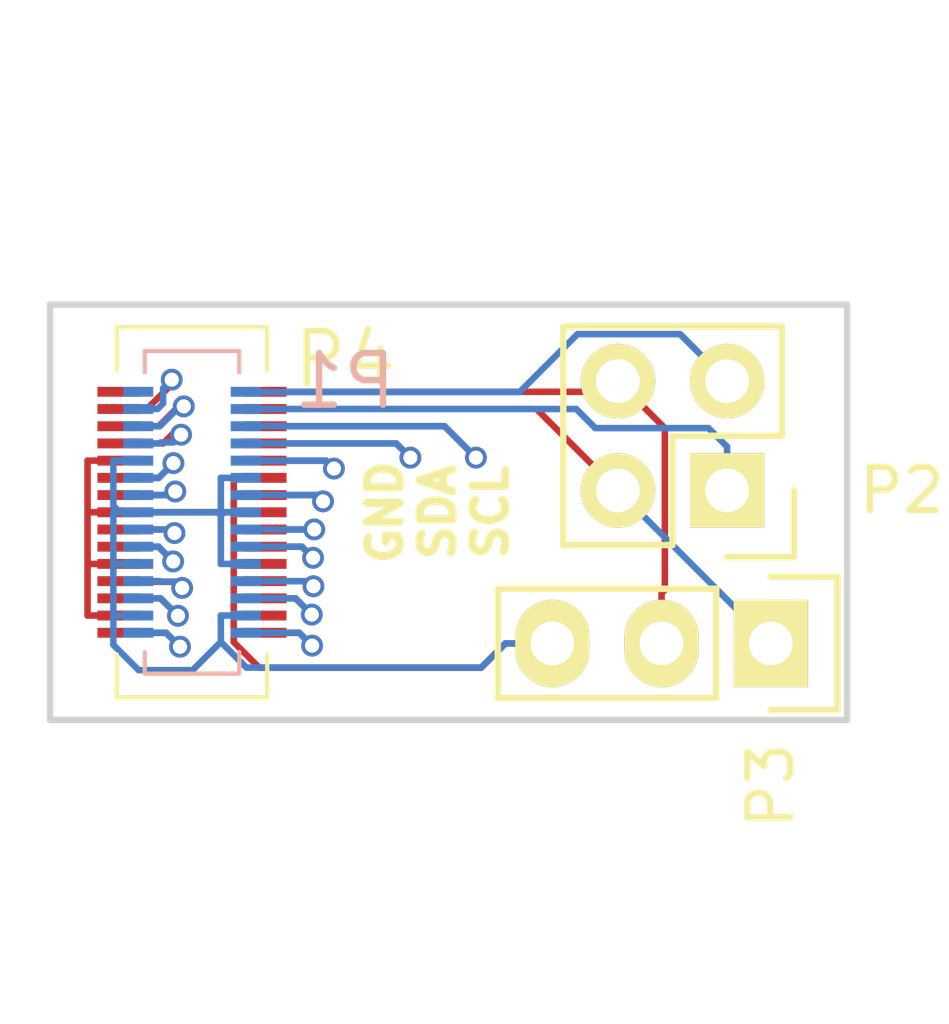
<source format=kicad_pcb>
(kicad_pcb (version 20171130) (host pcbnew "(5.1.12)-1")

  (general
    (thickness 1.6)
    (drawings 5)
    (tracks 185)
    (zones 0)
    (modules 4)
    (nets 25)
  )

  (page A4)
  (layers
    (0 F.Cu signal)
    (31 B.Cu signal)
    (32 B.Adhes user)
    (33 F.Adhes user)
    (34 B.Paste user)
    (35 F.Paste user)
    (36 B.SilkS user)
    (37 F.SilkS user)
    (38 B.Mask user)
    (39 F.Mask user)
    (40 Dwgs.User user)
    (41 Cmts.User user)
    (42 Eco1.User user)
    (43 Eco2.User user)
    (44 Edge.Cuts user)
    (45 Margin user)
    (46 B.CrtYd user)
    (47 F.CrtYd user)
    (48 B.Fab user)
    (49 F.Fab user)
  )

  (setup
    (last_trace_width 0.1524)
    (trace_clearance 0.1524)
    (zone_clearance 0.254)
    (zone_45_only no)
    (trace_min 0.1524)
    (via_size 0.508)
    (via_drill 0.3302)
    (via_min_size 0.508)
    (via_min_drill 0.3302)
    (uvia_size 0.4826)
    (uvia_drill 0.2794)
    (uvias_allowed no)
    (uvia_min_size 0)
    (uvia_min_drill 0)
    (edge_width 0.15)
    (segment_width 0.2)
    (pcb_text_width 0.3)
    (pcb_text_size 1.5 1.5)
    (mod_edge_width 0.15)
    (mod_text_size 1 1)
    (mod_text_width 0.15)
    (pad_size 1.524 1.524)
    (pad_drill 0.762)
    (pad_to_mask_clearance 0.1016)
    (pad_to_paste_clearance -0.0508)
    (aux_axis_origin 0 0)
    (visible_elements 7FFFFFFF)
    (pcbplotparams
      (layerselection 0x310fc_80000001)
      (usegerberextensions true)
      (usegerberattributes true)
      (usegerberadvancedattributes true)
      (creategerberjobfile true)
      (excludeedgelayer true)
      (linewidth 0.100000)
      (plotframeref false)
      (viasonmask false)
      (mode 1)
      (useauxorigin false)
      (hpglpennumber 1)
      (hpglpenspeed 20)
      (hpglpendiameter 15.000000)
      (psnegative false)
      (psa4output false)
      (plotreference false)
      (plotvalue false)
      (plotinvisibletext false)
      (padsonsilk false)
      (subtractmaskfromsilk false)
      (outputformat 1)
      (mirror false)
      (drillshape 0)
      (scaleselection 1)
      (outputdirectory "gerbers/"))
  )

  (net 0 "")
  (net 1 /OIS_RESET_N)
  (net 2 /+1V8_13M_VCM)
  (net 3 /+1V0_VREG_L3)
  (net 4 /+2V8_OIS_DIG)
  (net 5 /+1V8_13M_VDDIO)
  (net 6 GND)
  (net 7 /CAM_RESET_N)
  (net 8 /DATA1_P)
  (net 9 /DATA1_N)
  (net 10 /CAM_MCLK)
  (net 11 /DATA0_P)
  (net 12 /DATA3_P)
  (net 13 /DATA0_N)
  (net 14 /DATA3_N)
  (net 15 /CLK_P)
  (net 16 /DATA2_P)
  (net 17 /CLK_N)
  (net 18 /DATA2_N)
  (net 19 /+2V8_OIS_ANA)
  (net 20 /+2V7_13M_ANA)
  (net 21 /PHONE_SDA)
  (net 22 /PHONE_SCL)
  (net 23 /CAM_SCL)
  (net 24 /CAM_SDA)

  (net_class Default "This is the default net class."
    (clearance 0.1524)
    (trace_width 0.1524)
    (via_dia 0.508)
    (via_drill 0.3302)
    (uvia_dia 0.4826)
    (uvia_drill 0.2794)
    (add_net /+1V0_VREG_L3)
    (add_net /+1V8_13M_VCM)
    (add_net /+1V8_13M_VDDIO)
    (add_net /+2V7_13M_ANA)
    (add_net /+2V8_OIS_ANA)
    (add_net /+2V8_OIS_DIG)
    (add_net /CAM_MCLK)
    (add_net /CAM_RESET_N)
    (add_net /CAM_SCL)
    (add_net /CAM_SDA)
    (add_net /CLK_N)
    (add_net /CLK_P)
    (add_net /DATA0_N)
    (add_net /DATA0_P)
    (add_net /DATA1_N)
    (add_net /DATA1_P)
    (add_net /DATA2_N)
    (add_net /DATA2_P)
    (add_net /DATA3_N)
    (add_net /DATA3_P)
    (add_net /OIS_RESET_N)
    (add_net /PHONE_SCL)
    (add_net /PHONE_SDA)
    (add_net GND)
  )

  (module connectors:GB042-30S (layer F.Cu) (tedit 578EEA27) (tstamp 579073BF)
    (at 146.05 107.95 270)
    (descr http://www.lsmtron.com/pdf/LS%20Mtron%20Connector.pdf)
    (path /579076BD)
    (fp_text reference P4 (at -3.556 -3.556) (layer F.SilkS)
      (effects (font (size 1.2 1.2) (thickness 0.15)))
    )
    (fp_text value LG-G2-G3-Rear-Camera (at 0 3.5 270) (layer F.Fab)
      (effects (font (size 1.2 1.2) (thickness 0.15)))
    )
    (fp_line (start 3.3 1.75) (end 4.3 1.75) (layer F.SilkS) (width 0.1))
    (fp_line (start 3.3 -1.75) (end 4.3 -1.75) (layer F.SilkS) (width 0.1))
    (fp_line (start -4.3 -1.75) (end -4.3 1.75) (layer F.SilkS) (width 0.1))
    (fp_line (start -4.3 1.75) (end -3.3 1.75) (layer F.SilkS) (width 0.1))
    (fp_line (start 4.3 -1.75) (end 4.3 1.75) (layer F.SilkS) (width 0.1))
    (fp_line (start -4.3 -1.75) (end -3.3 -1.75) (layer F.SilkS) (width 0.1))
    (pad 1 smd rect (at -2.8 1.7 90) (size 0.23 1) (layers F.Cu F.Paste F.Mask))
    (pad 2 smd rect (at -2.4 1.7 90) (size 0.23 1) (layers F.Cu F.Paste F.Mask)
      (net 1 /OIS_RESET_N))
    (pad 3 smd rect (at -2 1.7 90) (size 0.23 1) (layers F.Cu F.Paste F.Mask)
      (net 2 /+1V8_13M_VCM))
    (pad 4 smd rect (at -1.6 1.7 90) (size 0.23 1) (layers F.Cu F.Paste F.Mask)
      (net 4 /+2V8_OIS_DIG))
    (pad 5 smd rect (at -1.2 1.7 90) (size 0.23 1) (layers F.Cu F.Paste F.Mask)
      (net 6 GND))
    (pad 6 smd rect (at -0.8 1.7 90) (size 0.23 1) (layers F.Cu F.Paste F.Mask)
      (net 8 /DATA1_P))
    (pad 7 smd rect (at -0.4 1.7 90) (size 0.23 1) (layers F.Cu F.Paste F.Mask)
      (net 9 /DATA1_N))
    (pad 8 smd rect (at 0 1.7 90) (size 0.23 1) (layers F.Cu F.Paste F.Mask)
      (net 6 GND))
    (pad 9 smd rect (at 0.4 1.7 90) (size 0.23 1) (layers F.Cu F.Paste F.Mask)
      (net 11 /DATA0_P))
    (pad 10 smd rect (at 0.8 1.7 90) (size 0.23 1) (layers F.Cu F.Paste F.Mask)
      (net 13 /DATA0_N))
    (pad 11 smd rect (at 1.2 1.7 90) (size 0.23 1) (layers F.Cu F.Paste F.Mask)
      (net 6 GND))
    (pad 12 smd rect (at 1.6 1.7 90) (size 0.23 1) (layers F.Cu F.Paste F.Mask)
      (net 15 /CLK_P))
    (pad 13 smd rect (at 2 1.7 90) (size 0.23 1) (layers F.Cu F.Paste F.Mask)
      (net 17 /CLK_N))
    (pad 14 smd rect (at 2.4 1.7 90) (size 0.23 1) (layers F.Cu F.Paste F.Mask)
      (net 6 GND))
    (pad 15 smd rect (at 2.8 1.7 90) (size 0.23 1) (layers F.Cu F.Paste F.Mask)
      (net 19 /+2V8_OIS_ANA))
    (pad 16 smd rect (at 2.8 -1.7 270) (size 0.23 1) (layers F.Cu F.Paste F.Mask)
      (net 20 /+2V7_13M_ANA))
    (pad 17 smd rect (at 2.4 -1.7 270) (size 0.23 1) (layers F.Cu F.Paste F.Mask)
      (net 6 GND))
    (pad 18 smd rect (at 2 -1.7 270) (size 0.23 1) (layers F.Cu F.Paste F.Mask)
      (net 18 /DATA2_N))
    (pad 19 smd rect (at 1.6 -1.7 270) (size 0.23 1) (layers F.Cu F.Paste F.Mask)
      (net 16 /DATA2_P))
    (pad 20 smd rect (at 1.2 -1.7 270) (size 0.23 1) (layers F.Cu F.Paste F.Mask)
      (net 6 GND))
    (pad 21 smd rect (at 0.8 -1.7 270) (size 0.23 1) (layers F.Cu F.Paste F.Mask)
      (net 14 /DATA3_N))
    (pad 22 smd rect (at 0.4 -1.7 270) (size 0.23 1) (layers F.Cu F.Paste F.Mask)
      (net 12 /DATA3_P))
    (pad 23 smd rect (at 0 -1.7 270) (size 0.23 1) (layers F.Cu F.Paste F.Mask)
      (net 6 GND))
    (pad 24 smd rect (at -0.4 -1.7 270) (size 0.23 1) (layers F.Cu F.Paste F.Mask)
      (net 10 /CAM_MCLK))
    (pad 25 smd rect (at -0.8 -1.7 270) (size 0.23 1) (layers F.Cu F.Paste F.Mask)
      (net 6 GND))
    (pad 26 smd rect (at -1.2 -1.7 270) (size 0.23 1) (layers F.Cu F.Paste F.Mask)
      (net 7 /CAM_RESET_N))
    (pad 27 smd rect (at -1.6 -1.7 270) (size 0.23 1) (layers F.Cu F.Paste F.Mask)
      (net 5 /+1V8_13M_VDDIO))
    (pad 28 smd rect (at -2 -1.7 270) (size 0.23 1) (layers F.Cu F.Paste F.Mask)
      (net 3 /+1V0_VREG_L3))
    (pad 29 smd rect (at -2.4 -1.7 270) (size 0.23 1) (layers F.Cu F.Paste F.Mask)
      (net 23 /CAM_SCL))
    (pad 30 smd rect (at -2.8 -1.7 270) (size 0.23 1) (layers F.Cu F.Paste F.Mask)
      (net 24 /CAM_SDA))
  )

  (module connectors:GB042-30P (layer B.Cu) (tedit 578EE6ED) (tstamp 5790738E)
    (at 146.05 107.95 270)
    (descr http://www.lsmtron.com/pdf/LS%20Mtron%20Connector.pdf)
    (path /579080C9)
    (fp_text reference P1 (at -3.048 -3.556 180) (layer B.SilkS)
      (effects (font (size 1.2 1.2) (thickness 0.15)) (justify mirror))
    )
    (fp_text value LG-G2-G3-Rear-Camera (at 0 -3.5 270) (layer B.Fab)
      (effects (font (size 1.2 1.2) (thickness 0.15)) (justify mirror))
    )
    (fp_line (start 3.25 1.1) (end 3.75 1.1) (layer B.SilkS) (width 0.1))
    (fp_line (start 3.75 1.1) (end 3.75 -1.1) (layer B.SilkS) (width 0.1))
    (fp_line (start 3.75 -1.1) (end 3.25 -1.1) (layer B.SilkS) (width 0.1))
    (fp_line (start -3.25 1.1) (end -3.75 1.1) (layer B.SilkS) (width 0.1))
    (fp_line (start -3.75 1.1) (end -3.75 -1.1) (layer B.SilkS) (width 0.1))
    (fp_line (start -3.75 -1.1) (end -3.25 -1.1) (layer B.SilkS) (width 0.1))
    (pad 1 smd rect (at -2.8 1.25 270) (size 0.23 0.7) (layers B.Cu B.Paste B.Mask))
    (pad 30 smd rect (at -2.8 -1.25 270) (size 0.23 0.7) (layers B.Cu B.Paste B.Mask)
      (net 21 /PHONE_SDA))
    (pad 2 smd rect (at -2.4 1.25 270) (size 0.23 0.7) (layers B.Cu B.Paste B.Mask)
      (net 1 /OIS_RESET_N))
    (pad 29 smd rect (at -2.4 -1.25 270) (size 0.23 0.7) (layers B.Cu B.Paste B.Mask)
      (net 22 /PHONE_SCL))
    (pad 3 smd rect (at -2 1.25 270) (size 0.23 0.7) (layers B.Cu B.Paste B.Mask)
      (net 2 /+1V8_13M_VCM))
    (pad 28 smd rect (at -2 -1.25 270) (size 0.23 0.7) (layers B.Cu B.Paste B.Mask)
      (net 3 /+1V0_VREG_L3))
    (pad 4 smd rect (at -1.6 1.25 270) (size 0.23 0.7) (layers B.Cu B.Paste B.Mask)
      (net 4 /+2V8_OIS_DIG))
    (pad 27 smd rect (at -1.6 -1.25 270) (size 0.23 0.7) (layers B.Cu B.Paste B.Mask)
      (net 5 /+1V8_13M_VDDIO))
    (pad 5 smd rect (at -1.2 1.25 270) (size 0.23 0.7) (layers B.Cu B.Paste B.Mask)
      (net 6 GND))
    (pad 26 smd rect (at -1.2 -1.25 270) (size 0.23 0.7) (layers B.Cu B.Paste B.Mask)
      (net 7 /CAM_RESET_N))
    (pad 6 smd rect (at -0.8 1.25 270) (size 0.23 0.7) (layers B.Cu B.Paste B.Mask)
      (net 8 /DATA1_P))
    (pad 25 smd rect (at -0.8 -1.25 270) (size 0.23 0.7) (layers B.Cu B.Paste B.Mask)
      (net 6 GND))
    (pad 7 smd rect (at -0.4 1.25 270) (size 0.23 0.7) (layers B.Cu B.Paste B.Mask)
      (net 9 /DATA1_N))
    (pad 24 smd rect (at -0.4 -1.25 270) (size 0.23 0.7) (layers B.Cu B.Paste B.Mask)
      (net 10 /CAM_MCLK))
    (pad 8 smd rect (at 0 1.25 270) (size 0.23 0.7) (layers B.Cu B.Paste B.Mask)
      (net 6 GND))
    (pad 23 smd rect (at 0 -1.25 270) (size 0.23 0.7) (layers B.Cu B.Paste B.Mask)
      (net 6 GND))
    (pad 9 smd rect (at 0.4 1.25 270) (size 0.23 0.7) (layers B.Cu B.Paste B.Mask)
      (net 11 /DATA0_P))
    (pad 22 smd rect (at 0.4 -1.25 270) (size 0.23 0.7) (layers B.Cu B.Paste B.Mask)
      (net 12 /DATA3_P))
    (pad 10 smd rect (at 0.8 1.25 270) (size 0.23 0.7) (layers B.Cu B.Paste B.Mask)
      (net 13 /DATA0_N))
    (pad 21 smd rect (at 0.8 -1.25 270) (size 0.23 0.7) (layers B.Cu B.Paste B.Mask)
      (net 14 /DATA3_N))
    (pad 11 smd rect (at 1.2 1.25 270) (size 0.23 0.7) (layers B.Cu B.Paste B.Mask)
      (net 6 GND))
    (pad 20 smd rect (at 1.2 -1.25 270) (size 0.23 0.7) (layers B.Cu B.Paste B.Mask)
      (net 6 GND))
    (pad 12 smd rect (at 1.6 1.25 270) (size 0.23 0.7) (layers B.Cu B.Paste B.Mask)
      (net 15 /CLK_P))
    (pad 19 smd rect (at 1.6 -1.25 270) (size 0.23 0.7) (layers B.Cu B.Paste B.Mask)
      (net 16 /DATA2_P))
    (pad 13 smd rect (at 2 1.25 270) (size 0.23 0.7) (layers B.Cu B.Paste B.Mask)
      (net 17 /CLK_N))
    (pad 18 smd rect (at 2 -1.25 270) (size 0.23 0.7) (layers B.Cu B.Paste B.Mask)
      (net 18 /DATA2_N))
    (pad 14 smd rect (at 2.4 1.25 270) (size 0.23 0.7) (layers B.Cu B.Paste B.Mask)
      (net 6 GND))
    (pad 17 smd rect (at 2.4 -1.25 270) (size 0.23 0.7) (layers B.Cu B.Paste B.Mask)
      (net 6 GND))
    (pad 15 smd rect (at 2.8 1.25 270) (size 0.23 0.7) (layers B.Cu B.Paste B.Mask)
      (net 19 /+2V8_OIS_ANA))
    (pad 16 smd rect (at 2.8 -1.25 270) (size 0.23 0.7) (layers B.Cu B.Paste B.Mask)
      (net 20 /+2V7_13M_ANA))
  )

  (module Pin_Headers:Pin_Header_Straight_2x02 (layer F.Cu) (tedit 0) (tstamp 57907396)
    (at 158.496 107.442 180)
    (descr "Through hole pin header")
    (tags "pin header")
    (path /57908C0C)
    (fp_text reference P2 (at -4.064 0 180) (layer F.SilkS)
      (effects (font (size 1 1) (thickness 0.15)))
    )
    (fp_text value CONN_02X02 (at 0 -3.1 180) (layer F.Fab)
      (effects (font (size 1 1) (thickness 0.15)))
    )
    (fp_line (start -1.27 3.81) (end -1.27 1.27) (layer F.SilkS) (width 0.15))
    (fp_line (start 3.81 3.81) (end -1.27 3.81) (layer F.SilkS) (width 0.15))
    (fp_line (start 3.81 -1.27) (end 3.81 3.81) (layer F.SilkS) (width 0.15))
    (fp_line (start 1.27 -1.27) (end 3.81 -1.27) (layer F.SilkS) (width 0.15))
    (fp_line (start 1.27 1.27) (end 1.27 -1.27) (layer F.SilkS) (width 0.15))
    (fp_line (start -1.27 1.27) (end 1.27 1.27) (layer F.SilkS) (width 0.15))
    (fp_line (start 0 -1.55) (end -1.55 -1.55) (layer F.SilkS) (width 0.15))
    (fp_line (start -1.55 0) (end -1.55 -1.55) (layer F.SilkS) (width 0.15))
    (fp_line (start -1.75 4.3) (end 4.3 4.3) (layer F.CrtYd) (width 0.05))
    (fp_line (start -1.75 -1.75) (end 4.3 -1.75) (layer F.CrtYd) (width 0.05))
    (fp_line (start 4.3 -1.75) (end 4.3 4.3) (layer F.CrtYd) (width 0.05))
    (fp_line (start -1.75 -1.75) (end -1.75 4.3) (layer F.CrtYd) (width 0.05))
    (pad 1 thru_hole rect (at 0 0 180) (size 1.7272 1.7272) (drill 1.016) (layers *.Cu *.Mask F.SilkS)
      (net 22 /PHONE_SCL))
    (pad 2 thru_hole oval (at 2.54 0 180) (size 1.7272 1.7272) (drill 1.016) (layers *.Cu *.Mask F.SilkS)
      (net 23 /CAM_SCL))
    (pad 3 thru_hole oval (at 0 2.54 180) (size 1.7272 1.7272) (drill 1.016) (layers *.Cu *.Mask F.SilkS)
      (net 21 /PHONE_SDA))
    (pad 4 thru_hole oval (at 2.54 2.54 180) (size 1.7272 1.7272) (drill 1.016) (layers *.Cu *.Mask F.SilkS)
      (net 24 /CAM_SDA))
    (model Pin_Headers.3dshapes/Pin_Header_Straight_2x02.wrl
      (offset (xyz 1.269999980926514 -1.269999980926514 0))
      (scale (xyz 1 1 1))
      (rotate (xyz 0 0 90))
    )
  )

  (module Pin_Headers:Pin_Header_Straight_1x03 (layer F.Cu) (tedit 0) (tstamp 5790739D)
    (at 159.512 110.998 270)
    (descr "Through hole pin header")
    (tags "pin header")
    (path /57908C7A)
    (fp_text reference P3 (at 3.302 0 270) (layer F.SilkS)
      (effects (font (size 1 1) (thickness 0.15)))
    )
    (fp_text value CONN_01X03 (at 0 -3.1 270) (layer F.Fab)
      (effects (font (size 1 1) (thickness 0.15)))
    )
    (fp_line (start -1.55 -1.55) (end 1.55 -1.55) (layer F.SilkS) (width 0.15))
    (fp_line (start -1.55 0) (end -1.55 -1.55) (layer F.SilkS) (width 0.15))
    (fp_line (start 1.27 1.27) (end -1.27 1.27) (layer F.SilkS) (width 0.15))
    (fp_line (start 1.55 -1.55) (end 1.55 0) (layer F.SilkS) (width 0.15))
    (fp_line (start 1.27 6.35) (end 1.27 1.27) (layer F.SilkS) (width 0.15))
    (fp_line (start -1.27 6.35) (end 1.27 6.35) (layer F.SilkS) (width 0.15))
    (fp_line (start -1.27 1.27) (end -1.27 6.35) (layer F.SilkS) (width 0.15))
    (fp_line (start -1.75 6.85) (end 1.75 6.85) (layer F.CrtYd) (width 0.05))
    (fp_line (start -1.75 -1.75) (end 1.75 -1.75) (layer F.CrtYd) (width 0.05))
    (fp_line (start 1.75 -1.75) (end 1.75 6.85) (layer F.CrtYd) (width 0.05))
    (fp_line (start -1.75 -1.75) (end -1.75 6.85) (layer F.CrtYd) (width 0.05))
    (pad 1 thru_hole rect (at 0 0 270) (size 2.032 1.7272) (drill 1.016) (layers *.Cu *.Mask F.SilkS)
      (net 23 /CAM_SCL))
    (pad 2 thru_hole oval (at 0 2.54 270) (size 2.032 1.7272) (drill 1.016) (layers *.Cu *.Mask F.SilkS)
      (net 24 /CAM_SDA))
    (pad 3 thru_hole oval (at 0 5.08 270) (size 2.032 1.7272) (drill 1.016) (layers *.Cu *.Mask F.SilkS)
      (net 6 GND))
    (model Pin_Headers.3dshapes/Pin_Header_Straight_1x03.wrl
      (offset (xyz 0 -2.539999961853027 0))
      (scale (xyz 1 1 1))
      (rotate (xyz 0 0 90))
    )
  )

  (gr_text "GND\nSDA\nSCL" (at 151.765 107.95 90) (layer F.SilkS)
    (effects (font (size 0.762 0.762) (thickness 0.1905)))
  )
  (gr_line (start 161.29 103.124) (end 142.748 103.124) (layer Edge.Cuts) (width 0.15))
  (gr_line (start 161.29 112.776) (end 161.29 103.124) (layer Edge.Cuts) (width 0.15))
  (gr_line (start 142.748 112.776) (end 161.29 112.776) (layer Edge.Cuts) (width 0.15))
  (gr_line (start 142.748 103.124) (end 142.748 112.776) (layer Edge.Cuts) (width 0.15))

  (segment (start 144.35 105.55) (end 145.002 105.55) (width 0.1524) (layer F.Cu) (net 1))
  (segment (start 145.002 105.55) (end 145.579 104.974) (width 0.1524) (layer F.Cu) (net 1))
  (segment (start 145.579 104.974) (end 145.579 104.868) (width 0.1524) (layer F.Cu) (net 1))
  (segment (start 144.8 105.55) (end 145.247 105.55) (width 0.1524) (layer B.Cu) (net 1))
  (segment (start 145.247 105.55) (end 145.379 105.419) (width 0.1524) (layer B.Cu) (net 1))
  (segment (start 145.379 105.419) (end 145.379 105.068) (width 0.1524) (layer B.Cu) (net 1))
  (segment (start 145.379 105.068) (end 145.579 104.868) (width 0.1524) (layer B.Cu) (net 1))
  (via (at 145.579 104.868) (size 0.508) (layers F.Cu B.Cu) (net 1))
  (segment (start 144.35 105.95) (end 145.278 105.95) (width 0.1524) (layer F.Cu) (net 2))
  (segment (start 145.278 105.95) (end 145.739 105.489) (width 0.1524) (layer F.Cu) (net 2))
  (segment (start 145.739 105.489) (end 145.859 105.489) (width 0.1524) (layer F.Cu) (net 2))
  (segment (start 144.8 105.95) (end 145.302 105.95) (width 0.1524) (layer B.Cu) (net 2))
  (segment (start 145.302 105.95) (end 145.763 105.489) (width 0.1524) (layer B.Cu) (net 2))
  (segment (start 145.763 105.489) (end 145.859 105.489) (width 0.1524) (layer B.Cu) (net 2))
  (via (at 145.859 105.489) (size 0.508) (layers F.Cu B.Cu) (net 2))
  (segment (start 147.75 105.95) (end 151.924 105.95) (width 0.1524) (layer F.Cu) (net 3))
  (segment (start 151.924 105.95) (end 152.654 106.68) (width 0.1524) (layer F.Cu) (net 3))
  (segment (start 152.654 106.68) (end 151.924 105.95) (width 0.1524) (layer B.Cu) (net 3))
  (segment (start 151.924 105.95) (end 147.3 105.95) (width 0.1524) (layer B.Cu) (net 3))
  (via (at 152.654 106.68) (size 0.508) (layers F.Cu B.Cu) (net 3))
  (segment (start 145.796 106.147) (end 145.582 106.147) (width 0.1524) (layer F.Cu) (net 4))
  (segment (start 145.582 106.147) (end 145.378 106.35) (width 0.1524) (layer F.Cu) (net 4))
  (segment (start 145.378 106.35) (end 144.35 106.35) (width 0.1524) (layer F.Cu) (net 4))
  (segment (start 144.8 106.35) (end 145.302 106.35) (width 0.1524) (layer B.Cu) (net 4))
  (segment (start 145.302 106.35) (end 145.327 106.326) (width 0.1524) (layer B.Cu) (net 4))
  (segment (start 145.327 106.326) (end 145.617 106.326) (width 0.1524) (layer B.Cu) (net 4))
  (segment (start 145.617 106.326) (end 145.796 106.147) (width 0.1524) (layer B.Cu) (net 4))
  (via (at 145.796 106.147) (size 0.508) (layers F.Cu B.Cu) (net 4))
  (segment (start 147.3 106.35) (end 150.8 106.35) (width 0.1524) (layer B.Cu) (net 5))
  (segment (start 150.8 106.35) (end 151.13 106.68) (width 0.1524) (layer B.Cu) (net 5))
  (segment (start 151.13 106.68) (end 150.8 106.35) (width 0.1524) (layer F.Cu) (net 5))
  (segment (start 150.8 106.35) (end 147.75 106.35) (width 0.1524) (layer F.Cu) (net 5))
  (via (at 151.13 106.68) (size 0.508) (layers F.Cu B.Cu) (net 5))
  (segment (start 154.432 110.998) (end 153.3397 110.998) (width 0.1524) (layer B.Cu) (net 6))
  (segment (start 146.7212 110.9641) (end 146.7212 110.3501) (width 0.1524) (layer B.Cu) (net 6))
  (segment (start 146.7212 110.3501) (end 146.7213 110.35) (width 0.1524) (layer B.Cu) (net 6))
  (segment (start 153.3397 110.998) (end 152.7777 111.56) (width 0.1524) (layer B.Cu) (net 6))
  (segment (start 152.7777 111.56) (end 147.3171 111.56) (width 0.1524) (layer B.Cu) (net 6))
  (segment (start 147.3171 111.56) (end 146.7212 110.9641) (width 0.1524) (layer B.Cu) (net 6))
  (segment (start 146.7212 110.9641) (end 146.0661 111.6192) (width 0.1524) (layer B.Cu) (net 6))
  (segment (start 146.0661 111.6192) (end 144.8102 111.6192) (width 0.1524) (layer B.Cu) (net 6))
  (segment (start 144.8102 111.6192) (end 144.2213 111.0303) (width 0.1524) (layer B.Cu) (net 6))
  (segment (start 144.2213 111.0303) (end 144.2213 110.35) (width 0.1524) (layer B.Cu) (net 6))
  (segment (start 144.35 106.75) (end 143.6213 106.75) (width 0.1524) (layer F.Cu) (net 6))
  (segment (start 143.6213 107.95) (end 143.6213 106.75) (width 0.1524) (layer F.Cu) (net 6))
  (segment (start 143.6976 107.95) (end 143.6213 107.95) (width 0.1524) (layer F.Cu) (net 6))
  (segment (start 144.35 107.95) (end 143.6976 107.95) (width 0.1524) (layer F.Cu) (net 6))
  (segment (start 143.6213 109.15) (end 143.6213 107.95) (width 0.1524) (layer F.Cu) (net 6))
  (segment (start 143.6976 109.15) (end 143.6213 109.15) (width 0.1524) (layer F.Cu) (net 6))
  (segment (start 144.35 109.15) (end 143.6976 109.15) (width 0.1524) (layer F.Cu) (net 6))
  (segment (start 144.35 110.35) (end 143.6213 110.35) (width 0.1524) (layer F.Cu) (net 6))
  (segment (start 143.6213 110.35) (end 143.6213 109.15) (width 0.1524) (layer F.Cu) (net 6))
  (segment (start 147.0976 110.35) (end 147.0213 110.2737) (width 0.1524) (layer F.Cu) (net 6))
  (segment (start 147.0213 110.2737) (end 147.0213 109.15) (width 0.1524) (layer F.Cu) (net 6))
  (segment (start 147.0976 110.35) (end 147.0213 110.35) (width 0.1524) (layer F.Cu) (net 6))
  (segment (start 147.75 110.35) (end 147.0976 110.35) (width 0.1524) (layer F.Cu) (net 6))
  (segment (start 147.75 109.15) (end 147.0213 109.15) (width 0.1524) (layer F.Cu) (net 6))
  (segment (start 147.0213 109.15) (end 147.0213 107.95) (width 0.1524) (layer F.Cu) (net 6))
  (segment (start 147.0213 107.95) (end 144.35 107.95) (width 0.1524) (layer F.Cu) (net 6))
  (segment (start 147.3857 107.95) (end 147.0213 107.95) (width 0.1524) (layer F.Cu) (net 6))
  (segment (start 147.75 107.95) (end 147.3857 107.95) (width 0.1524) (layer F.Cu) (net 6))
  (segment (start 147.75 107.15) (end 147.0213 107.15) (width 0.1524) (layer F.Cu) (net 6))
  (segment (start 147.0213 107.15) (end 147.0213 107.95) (width 0.1524) (layer F.Cu) (net 6))
  (segment (start 146.7213 108.0263) (end 146.7213 109.15) (width 0.1524) (layer B.Cu) (net 6))
  (segment (start 146.7976 107.95) (end 146.7213 108.0263) (width 0.1524) (layer B.Cu) (net 6))
  (segment (start 144.8 107.95) (end 146.645 107.95) (width 0.1524) (layer B.Cu) (net 6))
  (segment (start 146.645 107.95) (end 146.7213 108.0263) (width 0.1524) (layer B.Cu) (net 6))
  (segment (start 144.6554 107.95) (end 144.8 107.95) (width 0.1524) (layer B.Cu) (net 6))
  (segment (start 144.6554 107.95) (end 144.5107 107.95) (width 0.1524) (layer B.Cu) (net 6))
  (segment (start 147.3 109.15) (end 146.7213 109.15) (width 0.1524) (layer B.Cu) (net 6))
  (segment (start 146.7976 107.95) (end 146.7213 107.95) (width 0.1524) (layer B.Cu) (net 6))
  (segment (start 147.3 107.95) (end 146.7976 107.95) (width 0.1524) (layer B.Cu) (net 6))
  (segment (start 144.8 106.75) (end 144.2213 106.75) (width 0.1524) (layer B.Cu) (net 6))
  (segment (start 144.374 107.95) (end 144.2213 107.7973) (width 0.1524) (layer B.Cu) (net 6))
  (segment (start 144.2213 107.7973) (end 144.2213 106.75) (width 0.1524) (layer B.Cu) (net 6))
  (segment (start 144.374 107.95) (end 144.2213 107.95) (width 0.1524) (layer B.Cu) (net 6))
  (segment (start 144.5107 107.95) (end 144.374 107.95) (width 0.1524) (layer B.Cu) (net 6))
  (segment (start 147.3 107.15) (end 146.7213 107.15) (width 0.1524) (layer B.Cu) (net 6))
  (segment (start 146.7213 107.95) (end 146.7213 107.15) (width 0.1524) (layer B.Cu) (net 6))
  (segment (start 144.2213 109.15) (end 144.2213 107.95) (width 0.1524) (layer B.Cu) (net 6))
  (segment (start 144.2976 109.15) (end 144.2213 109.15) (width 0.1524) (layer B.Cu) (net 6))
  (segment (start 144.8 109.15) (end 144.2976 109.15) (width 0.1524) (layer B.Cu) (net 6))
  (segment (start 144.2213 110.35) (end 144.2213 109.15) (width 0.1524) (layer B.Cu) (net 6))
  (segment (start 144.2976 110.35) (end 144.2213 110.35) (width 0.1524) (layer B.Cu) (net 6))
  (segment (start 144.8 110.35) (end 144.2976 110.35) (width 0.1524) (layer B.Cu) (net 6))
  (segment (start 147.3 110.35) (end 146.7213 110.35) (width 0.1524) (layer B.Cu) (net 6))
  (segment (start 154.432 110.998) (end 153.3397 110.998) (width 0.1524) (layer F.Cu) (net 6))
  (segment (start 153.3397 110.998) (end 152.7768 111.5609) (width 0.1524) (layer F.Cu) (net 6))
  (segment (start 152.7768 111.5609) (end 147.614 111.5609) (width 0.1524) (layer F.Cu) (net 6))
  (segment (start 147.614 111.5609) (end 147.0213 110.9682) (width 0.1524) (layer F.Cu) (net 6))
  (segment (start 147.0213 110.9682) (end 147.0213 110.35) (width 0.1524) (layer F.Cu) (net 6))
  (segment (start 147.3 106.75) (end 149.168 106.75) (width 0.1524) (layer B.Cu) (net 7))
  (segment (start 149.168 106.75) (end 149.352 106.934) (width 0.1524) (layer B.Cu) (net 7))
  (segment (start 147.75 106.75) (end 149.168 106.75) (width 0.1524) (layer F.Cu) (net 7))
  (segment (start 149.168 106.75) (end 149.352 106.934) (width 0.1524) (layer F.Cu) (net 7))
  (via (at 149.352 106.934) (size 0.508) (layers F.Cu B.Cu) (net 7))
  (segment (start 144.35 107.15) (end 145.277 107.15) (width 0.1524) (layer F.Cu) (net 8))
  (segment (start 145.277 107.15) (end 145.618 106.808) (width 0.1524) (layer F.Cu) (net 8))
  (segment (start 144.8 107.15) (end 145.277 107.15) (width 0.1524) (layer B.Cu) (net 8))
  (segment (start 145.277 107.15) (end 145.618 106.808) (width 0.1524) (layer B.Cu) (net 8))
  (via (at 145.618 106.808) (size 0.508) (layers F.Cu B.Cu) (net 8))
  (segment (start 144.35 107.55) (end 145.579 107.55) (width 0.1524) (layer F.Cu) (net 9))
  (segment (start 145.579 107.55) (end 145.662 107.467) (width 0.1524) (layer F.Cu) (net 9))
  (segment (start 144.8 107.55) (end 145.579 107.55) (width 0.1524) (layer B.Cu) (net 9))
  (segment (start 145.579 107.55) (end 145.662 107.467) (width 0.1524) (layer B.Cu) (net 9))
  (via (at 145.662 107.467) (size 0.508) (layers F.Cu B.Cu) (net 9))
  (segment (start 147.3 107.55) (end 148.952 107.55) (width 0.1524) (layer B.Cu) (net 10))
  (segment (start 148.952 107.55) (end 149.098 107.696) (width 0.1524) (layer B.Cu) (net 10))
  (segment (start 149.098 107.696) (end 148.952 107.55) (width 0.1524) (layer F.Cu) (net 10))
  (segment (start 148.952 107.55) (end 147.75 107.55) (width 0.1524) (layer F.Cu) (net 10))
  (via (at 149.098 107.696) (size 0.508) (layers F.Cu B.Cu) (net 10))
  (segment (start 144.35 108.35) (end 145.561 108.35) (width 0.1524) (layer F.Cu) (net 11))
  (segment (start 145.561 108.35) (end 145.643 108.433) (width 0.1524) (layer F.Cu) (net 11))
  (segment (start 144.8 108.35) (end 145.561 108.35) (width 0.1524) (layer B.Cu) (net 11))
  (segment (start 145.561 108.35) (end 145.643 108.433) (width 0.1524) (layer B.Cu) (net 11))
  (via (at 145.643 108.433) (size 0.508) (layers F.Cu B.Cu) (net 11))
  (segment (start 147.75 108.35) (end 148.892 108.35) (width 0.1524) (layer F.Cu) (net 12))
  (segment (start 148.892 108.35) (end 148.893 108.348) (width 0.1524) (layer F.Cu) (net 12))
  (segment (start 147.3 108.35) (end 148.892 108.35) (width 0.1524) (layer B.Cu) (net 12))
  (segment (start 148.892 108.35) (end 148.893 108.348) (width 0.1524) (layer B.Cu) (net 12))
  (via (at 148.893 108.348) (size 0.508) (layers F.Cu B.Cu) (net 12))
  (segment (start 144.35 108.75) (end 145.27 108.75) (width 0.1524) (layer F.Cu) (net 13))
  (segment (start 145.27 108.75) (end 145.612 109.092) (width 0.1524) (layer F.Cu) (net 13))
  (segment (start 144.8 108.75) (end 145.27 108.75) (width 0.1524) (layer B.Cu) (net 13))
  (segment (start 145.27 108.75) (end 145.612 109.092) (width 0.1524) (layer B.Cu) (net 13))
  (via (at 145.612 109.092) (size 0.508) (layers F.Cu B.Cu) (net 13))
  (segment (start 147.3 108.75) (end 148.608 108.75) (width 0.1524) (layer B.Cu) (net 14))
  (segment (start 148.608 108.75) (end 148.866 109.008) (width 0.1524) (layer B.Cu) (net 14))
  (segment (start 147.75 108.75) (end 148.608 108.75) (width 0.1524) (layer F.Cu) (net 14))
  (segment (start 148.608 108.75) (end 148.866 109.008) (width 0.1524) (layer F.Cu) (net 14))
  (via (at 148.866 109.008) (size 0.508) (layers F.Cu B.Cu) (net 14))
  (segment (start 144.35 109.55) (end 145.002 109.55) (width 0.1524) (layer F.Cu) (net 15))
  (segment (start 145.002 109.55) (end 145.017 109.564) (width 0.1524) (layer F.Cu) (net 15))
  (segment (start 145.017 109.564) (end 145.677 109.564) (width 0.1524) (layer F.Cu) (net 15))
  (segment (start 145.677 109.564) (end 145.821 109.708) (width 0.1524) (layer F.Cu) (net 15))
  (segment (start 144.8 109.55) (end 145.302 109.55) (width 0.1524) (layer B.Cu) (net 15))
  (segment (start 145.302 109.55) (end 145.317 109.564) (width 0.1524) (layer B.Cu) (net 15))
  (segment (start 145.317 109.564) (end 145.677 109.564) (width 0.1524) (layer B.Cu) (net 15))
  (segment (start 145.677 109.564) (end 145.821 109.708) (width 0.1524) (layer B.Cu) (net 15))
  (via (at 145.821 109.708) (size 0.508) (layers F.Cu B.Cu) (net 15))
  (segment (start 147.3 109.55) (end 148.757 109.55) (width 0.1524) (layer B.Cu) (net 16))
  (segment (start 148.757 109.55) (end 148.875 109.669) (width 0.1524) (layer B.Cu) (net 16))
  (segment (start 147.75 109.55) (end 148.757 109.55) (width 0.1524) (layer F.Cu) (net 16))
  (segment (start 148.757 109.55) (end 148.875 109.669) (width 0.1524) (layer F.Cu) (net 16))
  (via (at 148.875 109.669) (size 0.508) (layers F.Cu B.Cu) (net 16))
  (segment (start 144.8 109.95) (end 145.319 109.95) (width 0.1524) (layer B.Cu) (net 17))
  (segment (start 145.319 109.95) (end 145.724 110.355) (width 0.1524) (layer B.Cu) (net 17))
  (segment (start 144.35 109.95) (end 145.319 109.95) (width 0.1524) (layer F.Cu) (net 17))
  (segment (start 145.319 109.95) (end 145.724 110.355) (width 0.1524) (layer F.Cu) (net 17))
  (via (at 145.724 110.355) (size 0.508) (layers F.Cu B.Cu) (net 17))
  (segment (start 147.3 109.95) (end 148.459 109.95) (width 0.1524) (layer B.Cu) (net 18))
  (segment (start 148.459 109.95) (end 148.836 110.328) (width 0.1524) (layer B.Cu) (net 18))
  (segment (start 147.75 109.95) (end 148.459 109.95) (width 0.1524) (layer F.Cu) (net 18))
  (segment (start 148.459 109.95) (end 148.836 110.328) (width 0.1524) (layer F.Cu) (net 18))
  (via (at 148.836 110.328) (size 0.508) (layers F.Cu B.Cu) (net 18))
  (segment (start 144.8 110.75) (end 145.446 110.75) (width 0.1524) (layer B.Cu) (net 19))
  (segment (start 145.446 110.75) (end 145.771 111.074) (width 0.1524) (layer B.Cu) (net 19))
  (segment (start 145.771 111.074) (end 145.446 110.75) (width 0.1524) (layer F.Cu) (net 19))
  (segment (start 145.446 110.75) (end 144.35 110.75) (width 0.1524) (layer F.Cu) (net 19))
  (via (at 145.771 111.074) (size 0.508) (layers F.Cu B.Cu) (net 19))
  (segment (start 147.75 110.75) (end 148.545 110.75) (width 0.1524) (layer F.Cu) (net 20))
  (segment (start 148.545 110.75) (end 148.844 111.049) (width 0.1524) (layer F.Cu) (net 20))
  (segment (start 148.844 111.049) (end 148.545 110.75) (width 0.1524) (layer B.Cu) (net 20))
  (segment (start 148.545 110.75) (end 147.3 110.75) (width 0.1524) (layer B.Cu) (net 20))
  (via (at 148.844 111.049) (size 0.508) (layers F.Cu B.Cu) (net 20))
  (segment (start 147.3 105.15) (end 147.802 105.15) (width 0.1524) (layer B.Cu) (net 21))
  (segment (start 147.802 105.15) (end 147.808 105.156) (width 0.1524) (layer B.Cu) (net 21))
  (segment (start 147.808 105.156) (end 153.67 105.156) (width 0.1524) (layer B.Cu) (net 21))
  (segment (start 153.67 105.156) (end 155.016 103.81) (width 0.1524) (layer B.Cu) (net 21))
  (segment (start 155.016 103.81) (end 157.404 103.81) (width 0.1524) (layer B.Cu) (net 21))
  (segment (start 157.404 103.81) (end 158.496 104.902) (width 0.1524) (layer B.Cu) (net 21))
  (segment (start 147.3 105.55) (end 154.988 105.55) (width 0.1524) (layer B.Cu) (net 22))
  (segment (start 154.988 105.55) (end 155.432 105.994) (width 0.1524) (layer B.Cu) (net 22))
  (segment (start 155.432 105.994) (end 158.064 105.994) (width 0.1524) (layer B.Cu) (net 22))
  (segment (start 158.064 105.994) (end 158.496 106.426) (width 0.1524) (layer B.Cu) (net 22))
  (segment (start 158.496 106.426) (end 158.496 107.442) (width 0.1524) (layer B.Cu) (net 22))
  (segment (start 147.75 105.55) (end 154.064 105.55) (width 0.1524) (layer F.Cu) (net 23))
  (segment (start 154.064 105.55) (end 155.956 107.442) (width 0.1524) (layer F.Cu) (net 23))
  (segment (start 155.956 107.442) (end 159.512 110.998) (width 0.1524) (layer B.Cu) (net 23))
  (segment (start 147.75 105.15) (end 155.708 105.15) (width 0.1524) (layer F.Cu) (net 24))
  (segment (start 155.708 105.15) (end 155.956 104.902) (width 0.1524) (layer F.Cu) (net 24))
  (segment (start 155.956 104.902) (end 157.048 105.994) (width 0.1524) (layer F.Cu) (net 24))
  (segment (start 157.048 105.994) (end 157.048 109.753) (width 0.1524) (layer F.Cu) (net 24))
  (segment (start 157.048 109.753) (end 156.972 109.83) (width 0.1524) (layer F.Cu) (net 24))
  (segment (start 156.972 109.83) (end 156.972 110.998) (width 0.1524) (layer F.Cu) (net 24))

)

</source>
